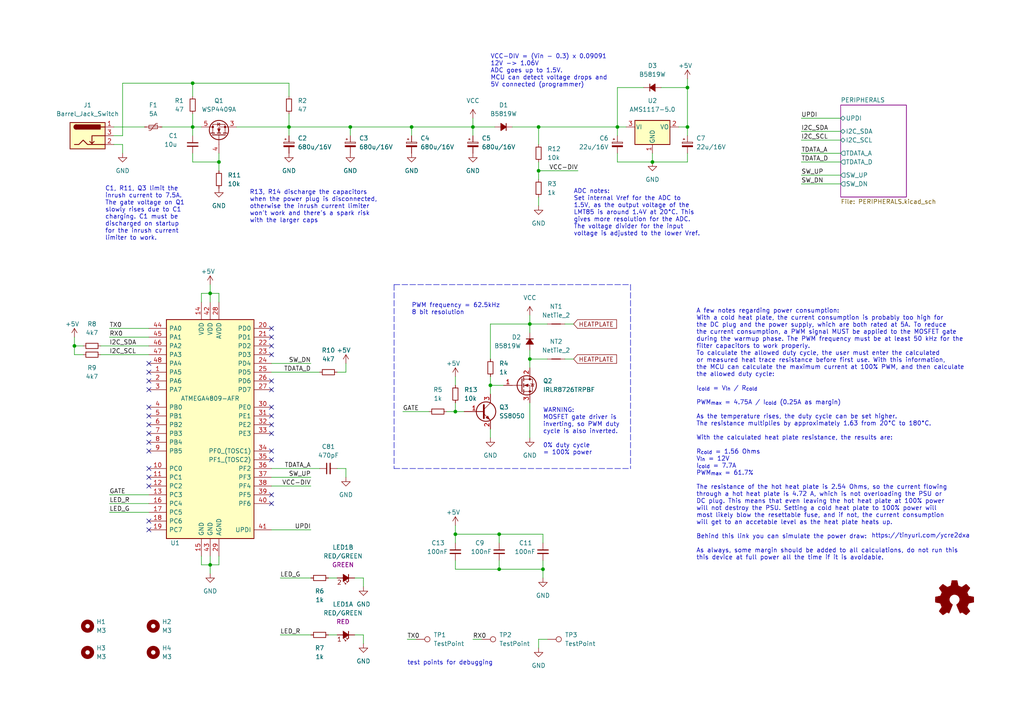
<source format=kicad_sch>
(kicad_sch (version 20211123) (generator eeschema)
  (paper "A4")
  (title_block (title "reflow solder plate") (date "2022-03-18") (rev "0.9"))
  (lib_symbols
    (symbol "ATMEGA4809-AFR:ATMEGA4809-AFR" (pin_names (offset 0.762))
      (property "Reference" "IC2" (at -10.16 -33.02 0))
      (property "Value" "ATMEGA4809-AFR" (at 0 8.89 0))
      (symbol "ATMEGA4809-AFR_0_0"
        (pin passive line (at -17.78 16.51 0) (length 5.08) (name "PA5") (number "1"))
        (pin passive line (at -17.78 -11.43 0) (length 5.08) (name "PC0") (number "10"))
        (pin passive line (at -17.78 -13.97 0) (length 5.08) (name "PC1") (number "11"))
        (pin passive line (at -17.78 -16.51 0) (length 5.08) (name "PC2") (number "12"))
        (pin passive line (at -17.78 -19.05 0) (length 5.08) (name "PC3") (number "13"))
        (pin passive line (at -2.54 36.83 270) (length 5.08) (name "VDD") (number "14"))
        (pin passive line (at -2.54 -36.83 90) (length 5.08) (name "GND") (number "15"))
        (pin passive line (at -17.78 -21.59 0) (length 5.08) (name "PC4") (number "16"))
        (pin passive line (at -17.78 -24.13 0) (length 5.08) (name "PC5") (number "17"))
        (pin passive line (at -17.78 -26.67 0) (length 5.08) (name "PC6") (number "18"))
        (pin passive line (at -17.78 -29.21 0) (length 5.08) (name "PC7") (number "19"))
        (pin passive line (at -17.78 13.97 0) (length 5.08) (name "PA6") (number "2"))
        (pin passive line (at 17.78 29.21 180) (length 5.08) (name "PD0") (number "20"))
        (pin passive line (at 17.78 26.67 180) (length 5.08) (name "PD1") (number "21"))
        (pin passive line (at 17.78 24.13 180) (length 5.08) (name "PD2") (number "22"))
        (pin passive line (at 17.78 21.59 180) (length 5.08) (name "PD3") (number "23"))
        (pin passive line (at 17.78 19.05 180) (length 5.08) (name "PD4") (number "24"))
        (pin passive line (at 17.78 16.51 180) (length 5.08) (name "PD5") (number "25"))
        (pin passive line (at 17.78 13.97 180) (length 5.08) (name "PD6") (number "26"))
        (pin passive line (at 17.78 11.43 180) (length 5.08) (name "PD7") (number "27"))
        (pin passive line (at 2.54 36.83 270) (length 5.08) (name "AVDD") (number "28"))
        (pin passive line (at 2.54 -36.83 90) (length 5.08) (name "AGND") (number "29"))
        (pin passive line (at -17.78 11.43 0) (length 5.08) (name "PA7") (number "3"))
        (pin passive line (at 17.78 6.35 180) (length 5.08) (name "PE0") (number "30"))
        (pin passive line (at 17.78 3.81 180) (length 5.08) (name "PE1") (number "31"))
        (pin passive line (at 17.78 1.27 180) (length 5.08) (name "PE2") (number "32"))
        (pin passive line (at 17.78 -1.27 180) (length 5.08) (name "PE3") (number "33"))
        (pin passive line (at 17.78 -6.35 180) (length 5.08) (name "PF0_(TOSC1)") (number "34"))
        (pin passive line (at 17.78 -8.89 180) (length 5.08) (name "PF1_(TOSC2)") (number "35"))
        (pin passive line (at 17.78 -11.43 180) (length 5.08) (name "PF2") (number "36"))
        (pin passive line (at 17.78 -13.97 180) (length 5.08) (name "PF3") (number "37"))
        (pin passive line (at 17.78 -16.51 180) (length 5.08) (name "PF4") (number "38"))
        (pin passive line (at 17.78 -19.05 180) (length 5.08) (name "PF5") (number "39"))
        (pin passive line (at -17.78 6.35 0) (length 5.08) (name "PB0") (number "4"))
        (pin passive line (at 17.78 -21.59 180) (length 5.08) (name "PF6") (number "40"))
        (pin passive line (at 17.78 -29.21 180) (length 5.08) (name "UPDI") (number "41"))
        (pin passive line (at 0 36.83 270) (length 5.08) (name "VDD") (number "42"))
        (pin passive line (at 0 -36.83 90) (length 5.08) (name "GND") (number "43"))
        (pin passive line (at -17.78 29.21 0) (length 5.08) (name "PA0") (number "44"))
        (pin passive line (at -17.78 26.67 0) (length 5.08) (name "PA1") (number "45"))
        (pin passive line (at -17.78 24.13 0) (length 5.08) (name "PA2") (number "46"))
        (pin passive line (at -17.78 21.59 0) (length 5.08) (name "PA3") (number "47"))
        (pin passive line (at -17.78 19.05 0) (length 5.08) (name "PA4") (number "48"))
        (pin passive line (at -17.78 3.81 0) (length 5.08) (name "PB1") (number "5"))
        (pin passive line (at -17.78 1.27 0) (length 5.08) (name "PB2") (number "6"))
        (pin passive line (at -17.78 -1.27 0) (length 5.08) (name "PB3") (number "7"))
        (pin passive line (at -17.78 -3.81 0) (length 5.08) (name "PB4") (number "8"))
        (pin passive line (at -17.78 -6.35 0) (length 5.08) (name "PB5") (number "9"))
      )
    )
    (symbol "Connector:Barrel_Jack_Switch" (pin_names hide)
      (property "Reference" "J" (at 0 5.334 0))
      (property "Value" "Barrel_Jack_Switch" (at 0 -5.08 0))
      (symbol "Barrel_Jack_Switch_1_1"
        (pin passive line (at 7.62 2.54 180) (length 2.54) (name "~") (number "1"))
        (pin passive line (at 7.62 -2.54 180) (length 2.54) (name "~") (number "2"))
        (pin passive line (at 7.62 0 180) (length 2.54) (name "~") (number "3"))
      )
    )
    (symbol "Connector:TestPoint" (pin_numbers hide) (pin_names (offset 0.762) hide)
      (property "Reference" "TP" (at 0 6.858 0))
      (property "Value" "TestPoint" (at 0 5.08 0))
      (symbol "TestPoint_1_1"
        (pin passive line (at 0 0 90) (length 2.54) (name "1") (number "1"))
      )
    )
    (symbol "Device:C_Polarized_Small" (pin_numbers hide) (pin_names (offset 0.254) hide)
      (property "Reference" "C" (at 0.254 1.778 0))
      (property "Value" "C_Polarized_Small" (at 0.254 -2.032 0))
      (symbol "C_Polarized_Small_1_1"
        (pin passive line (at 0 2.54 270) (length 1.8542) (name "~") (number "1"))
        (pin passive line (at 0 -2.54 90) (length 1.8542) (name "~") (number "2"))
      )
    )
    (symbol "Device:C_Small" (pin_numbers hide) (pin_names (offset 0.254) hide)
      (property "Reference" "C" (at 0.254 1.778 0))
      (property "Value" "C_Small" (at 0.254 -2.032 0))
      (symbol "C_Small_1_1"
        (pin passive line (at 0 2.54 270) (length 2.032) (name "~") (number "1"))
        (pin passive line (at 0 -2.54 90) (length 2.032) (name "~") (number "2"))
      )
    )
    (symbol "Device:D_Small_Filled" (pin_numbers hide) (pin_names (offset 0.254) hide)
      (property "Reference" "D" (at -1.27 2.032 0))
      (property "Value" "D_Small_Filled" (at -3.81 -2.032 0))
      (symbol "D_Small_Filled_1_1"
        (pin passive line (at -2.54 0 0) (length 1.778) (name "K") (number "1"))
        (pin passive line (at 2.54 0 180) (length 1.778) (name "A") (number "2"))
      )
    )
    (symbol "Device:NetTie_2" (pin_numbers hide) (pin_names (offset 0) hide)
      (property "Reference" "NT" (at 0 1.27 0))
      (property "Value" "NetTie_2" (at 0 -1.27 0))
      (symbol "NetTie_2_1_1"
        (pin passive line (at -2.54 0 0) (length 2.54) (name "1") (number "1"))
        (pin passive line (at 2.54 0 180) (length 2.54) (name "2") (number "2"))
      )
    )
    (symbol "Device:Polyfuse_Small" (pin_numbers hide) (pin_names (offset 0))
      (property "Reference" "F" (at -1.905 0 90))
      (property "Value" "Polyfuse_Small" (at 1.905 0 90))
      (symbol "Polyfuse_Small_1_1"
        (pin passive line (at 0 2.54 270) (length 0.635) (name "~") (number "1"))
        (pin passive line (at 0 -2.54 90) (length 0.635) (name "~") (number "2"))
      )
    )
    (symbol "Device:Q_NMOS_GDS" (pin_names (offset 0) hide)
      (property "Reference" "Q" (at 5.08 1.27 0))
      (property "Value" "Q_NMOS_GDS" (at 5.08 -1.27 0))
      (symbol "Q_NMOS_GDS_1_1"
        (pin input line (at -5.08 0 0) (length 2.54) (name "G") (number "1"))
        (pin passive line (at 2.54 5.08 270) (length 2.54) (name "D") (number "2"))
        (pin passive line (at 2.54 -5.08 90) (length 2.54) (name "S") (number "3"))
      )
    )
    (symbol "Device:Q_NPN_BEC" (pin_names (offset 0) hide)
      (property "Reference" "Q" (at 5.08 1.27 0))
      (property "Value" "Q_NPN_BEC" (at 5.08 -1.27 0))
      (symbol "Q_NPN_BEC_1_1"
        (pin input line (at -5.08 0 0) (length 5.715) (name "B") (number "1"))
        (pin passive line (at 2.54 -5.08 90) (length 2.54) (name "E") (number "2"))
        (pin passive line (at 2.54 5.08 270) (length 2.54) (name "C") (number "3"))
      )
    )
    (symbol "Device:R_Small" (pin_numbers hide) (pin_names (offset 0.254) hide)
      (property "Reference" "R" (at 0.762 0.508 0))
      (property "Value" "R_Small" (at 0.762 -1.016 0))
      (symbol "R_Small_1_1"
        (pin passive line (at 0 2.54 270) (length 0.762) (name "~") (number "1"))
        (pin passive line (at 0 -2.54 90) (length 0.762) (name "~") (number "2"))
      )
    )
    (symbol "Graphic:Logo_Open_Hardware_Small" (pin_names (offset 1.016)))
    (symbol "LED_Dual_AKAK_Split_Small_Filled_1" (pin_numbers hide) (pin_names (offset 0.254) hide)
      (property "Reference" "LED?" (at 0.0635 6.35 0))
      (property "Value" "LED_Dual_AKAK_Split_Small_Filled_1" (at 0.0635 3.81 0))
      (symbol "LED_Dual_AKAK_Split_Small_Filled_1_1_1"
        (text "1" (at 1.905 1.27 0) (effects (font (size 1.27 1.27))))
        (pin passive line (at 2.54 0 180) (length 1.778) (name "A1") (number "1"))
        (pin passive line (at -2.54 0 0) (length 1.778) (name "K1") (number "2"))
      )
      (symbol "LED_Dual_AKAK_Split_Small_Filled_1_2_1"
        (text "2" (at 1.905 1.27 0) (effects (font (size 1.27 1.27))))
        (pin passive line (at 2.54 0 180) (length 1.778) (name "A2") (number "3"))
        (pin passive line (at -2.54 0 0) (length 1.778) (name "K2") (number "4"))
      )
    )
    (symbol "Mechanical:MountingHole" (pin_names (offset 1.016))
      (property "Reference" "H" (at 0 5.08 0))
      (property "Value" "MountingHole" (at 0 3.175 0))
    )
    (symbol "Regulator_Linear:AMS1117-5.0" (pin_names (offset 0.254))
      (property "Reference" "U" (at -3.81 3.175 0))
      (property "Value" "AMS1117-5.0" (at 0 3.175 0))
      (symbol "AMS1117-5.0_1_1"
        (pin power_in line (at 0 -7.62 90) (length 2.54) (name "GND") (number "1"))
        (pin power_out line (at 7.62 0 180) (length 2.54) (name "VO") (number "2"))
        (pin power_in line (at -7.62 0 0) (length 2.54) (name "VI") (number "3"))
      )
    )
    (symbol "User:LED_Dual_AKAK_Split_Small_Filled" (pin_numbers hide) (pin_names (offset 0.254) hide)
      (property "Reference" "LED?" (at 0.0635 6.35 0))
      (property "Value" "LED_Dual_AKAK_Split_Small_Filled" (at 0.0635 3.81 0))
      (symbol "LED_Dual_AKAK_Split_Small_Filled_1_1"
        (text "1" (at 1.905 1.27 0) (effects (font (size 1.27 1.27))))
        (pin passive line (at 2.54 0 180) (length 1.778) (name "A1") (number "1"))
        (pin passive line (at -2.54 0 0) (length 1.778) (name "K1") (number "2"))
      )
      (symbol "LED_Dual_AKAK_Split_Small_Filled_2_1"
        (text "2" (at 1.905 1.27 0) (effects (font (size 1.27 1.27))))
        (pin passive line (at 2.54 0 180) (length 1.778) (name "A2") (number "3"))
        (pin passive line (at -2.54 0 0) (length 1.778) (name "K2") (number "4"))
      )
    )
    (symbol "User:Q_NMOS_SSSGDDDD" (pin_names (offset 0) hide)
      (property "Reference" "Q" (at 5.08 1.27 0))
      (property "Value" "Q_NMOS_SSSGDDDD" (at 5.08 -1.27 0))
      (symbol "Q_NMOS_SSSGDDDD_1_1"
        (pin passive line (at 2.54 -5.08 90) (length 2.54) hide (name "S") (number "1"))
        (pin passive line (at 2.54 -5.08 90) (length 2.54) hide (name "S") (number "2"))
        (pin passive line (at 2.54 -5.08 90) (length 2.54) (name "S") (number "3"))
        (pin input line (at -5.08 0 0) (length 2.54) (name "G") (number "4"))
        (pin passive line (at 2.54 5.08 270) (length 2.54) (name "D") (number "5"))
        (pin passive line (at 2.54 5.08 270) (length 2.54) hide (name "D") (number "6"))
        (pin passive line (at 2.54 5.08 270) (length 2.54) hide (name "D") (number "7"))
        (pin passive line (at 2.54 5.08 270) (length 2.54) hide (name "D") (number "8"))
      )
    )
    (symbol "power:+5V" (power) (pin_names (offset 0))
      (property "Value" "+5V" (at 0 3.556 0))
      (symbol "+5V_1_1"
        (pin power_in line (at 0 0 90) (length 0) hide (name "+5V") (number "1"))
      )
    )
    (symbol "power:GND" (power) (pin_names (offset 0))
      (property "Value" "GND" (at 0 -3.81 0))
      (symbol "GND_1_1"
        (pin power_in line (at 0 0 270) (length 0) hide (name "GND") (number "1"))
      )
    )
    (symbol "power:VCC" (power) (pin_names (offset 0))
      (property "Value" "VCC" (at 0 3.81 0))
      (symbol "VCC_1_1"
        (pin power_in line (at 0 0 90) (length 0) hide (name "VCC") (number "1"))
      )
    )
  )
  (junction (at 60.96 163.83))
  (junction (at 179.07 36.83))
  (junction (at 83.82 36.83))
  (junction (at 21.59 100.33))
  (junction (at 55.88 36.83))
  (junction (at 132.08 154.94))
  (junction (at 199.39 36.83))
  (junction (at 189.23 46.99))
  (junction (at 101.6 36.83))
  (junction (at 132.08 119.38))
  (junction (at 144.78 165.1))
  (junction (at 157.48 165.1))
  (junction (at 119.38 36.83))
  (junction (at 63.5 46.99))
  (junction (at 137.16 36.83))
  (junction (at 144.78 154.94))
  (junction (at 199.39 25.4))
  (junction (at 156.21 49.53))
  (junction (at 153.67 104.14))
  (junction (at 55.88 24.13))
  (junction (at 153.67 93.98))
  (junction (at 60.96 85.09))
  (junction (at 142.24 111.76))
  (junction (at 156.21 36.83))
  (no_connect (at 78.74 113.03))
  (no_connect (at 78.74 110.49))
  (no_connect (at 78.74 102.87))
  (no_connect (at 78.74 118.11))
  (no_connect (at 78.74 130.81))
  (no_connect (at 78.74 133.35))
  (no_connect (at 78.74 125.73))
  (no_connect (at 78.74 123.19))
  (no_connect (at 78.74 120.65))
  (no_connect (at 43.18 130.81))
  (no_connect (at 43.18 135.89))
  (no_connect (at 43.18 138.43))
  (no_connect (at 43.18 140.97))
  (no_connect (at 78.74 100.33))
  (no_connect (at 78.74 97.79))
  (no_connect (at 78.74 95.25))
  (no_connect (at 43.18 151.13))
  (no_connect (at 43.18 153.67))
  (no_connect (at 78.74 146.05))
  (no_connect (at 78.74 143.51))
  (no_connect (at 43.18 105.41))
  (no_connect (at 43.18 107.95))
  (no_connect (at 43.18 113.03))
  (no_connect (at 43.18 110.49))
  (no_connect (at 43.18 118.11))
  (no_connect (at 43.18 120.65))
  (no_connect (at 43.18 123.19))
  (no_connect (at 43.18 125.73))
  (no_connect (at 43.18 128.27))
  (wire (pts (xy 232.41 40.64) (xy 243.84 40.64)))
  (wire (pts (xy 157.48 157.48) (xy 157.48 154.94)))
  (wire (pts (xy 63.5 44.45) (xy 63.5 46.99)))
  (wire (pts (xy 60.96 85.09) (xy 58.42 85.09)))
  (wire (pts (xy 55.88 24.13) (xy 55.88 27.94)))
  (wire (pts (xy 97.79 135.89) (xy 100.33 135.89)))
  (wire (pts (xy 55.88 44.45) (xy 55.88 46.99)))
  (wire (pts (xy 158.75 185.42) (xy 156.21 185.42)))
  (wire (pts (xy 199.39 46.99) (xy 199.39 44.45)))
  (wire (pts (xy 153.67 93.98) (xy 158.75 93.98)))
  (polyline (pts (xy 114.3 82.55) (xy 114.3 135.89)))
  (wire (pts (xy 78.74 140.97) (xy 90.17 140.97)))
  (wire (pts (xy 119.38 36.83) (xy 101.6 36.83)))
  (wire (pts (xy 148.59 36.83) (xy 156.21 36.83)))
  (wire (pts (xy 58.42 36.83) (xy 55.88 36.83)))
  (wire (pts (xy 142.24 104.14) (xy 142.24 93.98)))
  (wire (pts (xy 31.75 95.25) (xy 43.18 95.25)))
  (wire (pts (xy 179.07 44.45) (xy 179.07 46.99)))
  (wire (pts (xy 63.5 163.83) (xy 63.5 161.29)))
  (wire (pts (xy 46.99 36.83) (xy 55.88 36.83)))
  (wire (pts (xy 157.48 165.1) (xy 157.48 162.56)))
  (wire (pts (xy 189.23 46.99) (xy 199.39 46.99)))
  (wire (pts (xy 199.39 39.37) (xy 199.39 36.83)))
  (wire (pts (xy 153.67 104.14) (xy 153.67 106.68)))
  (wire (pts (xy 43.18 143.51) (xy 31.75 143.51)))
  (wire (pts (xy 95.25 167.64) (xy 97.79 167.64)))
  (wire (pts (xy 83.82 33.02) (xy 83.82 36.83)))
  (polyline (pts (xy 114.3 135.89) (xy 182.88 135.89)))
  (wire (pts (xy 132.08 116.84) (xy 132.08 119.38)))
  (wire (pts (xy 60.96 161.29) (xy 60.96 163.83)))
  (wire (pts (xy 63.5 46.99) (xy 63.5 49.53)))
  (wire (pts (xy 90.17 105.41) (xy 78.74 105.41)))
  (wire (pts (xy 55.88 33.02) (xy 55.88 36.83)))
  (wire (pts (xy 33.02 36.83) (xy 41.91 36.83)))
  (wire (pts (xy 83.82 36.83) (xy 101.6 36.83)))
  (wire (pts (xy 199.39 36.83) (xy 196.85 36.83)))
  (wire (pts (xy 105.41 167.64) (xy 102.87 167.64)))
  (wire (pts (xy 142.24 109.22) (xy 142.24 111.76)))
  (wire (pts (xy 142.24 93.98) (xy 153.67 93.98)))
  (wire (pts (xy 29.21 100.33) (xy 43.18 100.33)))
  (wire (pts (xy 95.25 184.15) (xy 97.79 184.15)))
  (wire (pts (xy 232.41 46.99) (xy 243.84 46.99)))
  (wire (pts (xy 163.83 93.98) (xy 166.37 93.98)))
  (wire (pts (xy 100.33 135.89) (xy 100.33 138.43)))
  (wire (pts (xy 105.41 170.18) (xy 105.41 167.64)))
  (wire (pts (xy 132.08 152.4) (xy 132.08 154.94)))
  (wire (pts (xy 58.42 161.29) (xy 58.42 163.83)))
  (wire (pts (xy 142.24 111.76) (xy 142.24 114.3)))
  (wire (pts (xy 232.41 50.8) (xy 243.84 50.8)))
  (wire (pts (xy 166.37 104.14) (xy 163.83 104.14)))
  (wire (pts (xy 179.07 25.4) (xy 179.07 36.83)))
  (wire (pts (xy 81.28 167.64) (xy 90.17 167.64)))
  (wire (pts (xy 153.67 101.6) (xy 153.67 104.14)))
  (wire (pts (xy 97.79 107.95) (xy 100.33 107.95)))
  (wire (pts (xy 100.33 105.41) (xy 100.33 107.95)))
  (wire (pts (xy 144.78 154.94) (xy 132.08 154.94)))
  (polyline (pts (xy 182.88 82.55) (xy 182.88 135.89)))
  (wire (pts (xy 29.21 102.87) (xy 43.18 102.87)))
  (wire (pts (xy 118.11 185.42) (xy 120.65 185.42)))
  (wire (pts (xy 132.08 119.38) (xy 134.62 119.38)))
  (wire (pts (xy 101.6 36.83) (xy 101.6 39.37)))
  (wire (pts (xy 232.41 38.1) (xy 243.84 38.1)))
  (wire (pts (xy 181.61 36.83) (xy 179.07 36.83)))
  (wire (pts (xy 68.58 36.83) (xy 83.82 36.83)))
  (wire (pts (xy 60.96 166.37) (xy 60.96 163.83)))
  (wire (pts (xy 142.24 124.46) (xy 142.24 127)))
  (wire (pts (xy 55.88 24.13) (xy 83.82 24.13)))
  (wire (pts (xy 142.24 111.76) (xy 146.05 111.76)))
  (wire (pts (xy 31.75 148.59) (xy 43.18 148.59)))
  (wire (pts (xy 21.59 100.33) (xy 21.59 102.87)))
  (wire (pts (xy 35.56 41.91) (xy 35.56 44.45)))
  (wire (pts (xy 60.96 85.09) (xy 60.96 87.63)))
  (wire (pts (xy 153.67 93.98) (xy 153.67 96.52)))
  (wire (pts (xy 78.74 135.89) (xy 92.71 135.89)))
  (wire (pts (xy 191.77 25.4) (xy 199.39 25.4)))
  (wire (pts (xy 83.82 36.83) (xy 83.82 39.37)))
  (wire (pts (xy 105.41 184.15) (xy 105.41 186.69)))
  (wire (pts (xy 21.59 97.79) (xy 21.59 100.33)))
  (wire (pts (xy 156.21 46.99) (xy 156.21 49.53)))
  (wire (pts (xy 35.56 24.13) (xy 35.56 39.37)))
  (wire (pts (xy 129.54 119.38) (xy 132.08 119.38)))
  (wire (pts (xy 119.38 36.83) (xy 119.38 39.37)))
  (wire (pts (xy 132.08 109.22) (xy 132.08 111.76)))
  (wire (pts (xy 189.23 44.45) (xy 189.23 46.99)))
  (wire (pts (xy 60.96 82.55) (xy 60.96 85.09)))
  (wire (pts (xy 63.5 87.63) (xy 63.5 85.09)))
  (wire (pts (xy 116.84 119.38) (xy 124.46 119.38)))
  (wire (pts (xy 156.21 36.83) (xy 179.07 36.83)))
  (wire (pts (xy 199.39 22.86) (xy 199.39 25.4)))
  (wire (pts (xy 137.16 34.29) (xy 137.16 36.83)))
  (wire (pts (xy 78.74 153.67) (xy 90.17 153.67)))
  (wire (pts (xy 153.67 91.44) (xy 153.67 93.98)))
  (wire (pts (xy 153.67 104.14) (xy 158.75 104.14)))
  (wire (pts (xy 137.16 185.42) (xy 139.7 185.42)))
  (wire (pts (xy 156.21 36.83) (xy 156.21 41.91)))
  (wire (pts (xy 232.41 44.45) (xy 243.84 44.45)))
  (wire (pts (xy 63.5 85.09) (xy 60.96 85.09)))
  (wire (pts (xy 132.08 162.56) (xy 132.08 165.1)))
  (wire (pts (xy 157.48 167.64) (xy 157.48 165.1)))
  (wire (pts (xy 90.17 138.43) (xy 78.74 138.43)))
  (wire (pts (xy 31.75 146.05) (xy 43.18 146.05)))
  (wire (pts (xy 179.07 46.99) (xy 189.23 46.99)))
  (wire (pts (xy 144.78 154.94) (xy 144.78 157.48)))
  (wire (pts (xy 132.08 165.1) (xy 144.78 165.1)))
  (wire (pts (xy 199.39 25.4) (xy 199.39 36.83)))
  (wire (pts (xy 83.82 24.13) (xy 83.82 27.94)))
  (wire (pts (xy 33.02 41.91) (xy 35.56 41.91)))
  (wire (pts (xy 21.59 100.33) (xy 24.13 100.33)))
  (wire (pts (xy 156.21 59.69) (xy 156.21 57.15)))
  (wire (pts (xy 156.21 49.53) (xy 156.21 52.07)))
  (wire (pts (xy 156.21 185.42) (xy 156.21 187.96)))
  (wire (pts (xy 33.02 39.37) (xy 35.56 39.37)))
  (wire (pts (xy 60.96 163.83) (xy 63.5 163.83)))
  (wire (pts (xy 137.16 36.83) (xy 143.51 36.83)))
  (wire (pts (xy 243.84 34.29) (xy 232.41 34.29)))
  (wire (pts (xy 186.69 25.4) (xy 179.07 25.4)))
  (wire (pts (xy 144.78 162.56) (xy 144.78 165.1)))
  (wire (pts (xy 102.87 184.15) (xy 105.41 184.15)))
  (wire (pts (xy 78.74 107.95) (xy 92.71 107.95)))
  (wire (pts (xy 179.07 36.83) (xy 179.07 39.37)))
  (wire (pts (xy 137.16 36.83) (xy 137.16 39.37)))
  (wire (pts (xy 35.56 24.13) (xy 55.88 24.13)))
  (wire (pts (xy 144.78 165.1) (xy 157.48 165.1)))
  (wire (pts (xy 81.28 184.15) (xy 90.17 184.15)))
  (wire (pts (xy 58.42 85.09) (xy 58.42 87.63)))
  (wire (pts (xy 31.75 97.79) (xy 43.18 97.79)))
  (wire (pts (xy 153.67 116.84) (xy 153.67 127)))
  (wire (pts (xy 24.13 102.87) (xy 21.59 102.87)))
  (wire (pts (xy 55.88 46.99) (xy 63.5 46.99)))
  (wire (pts (xy 156.21 49.53) (xy 167.64 49.53)))
  (wire (pts (xy 58.42 163.83) (xy 60.96 163.83)))
  (polyline (pts (xy 114.3 82.55) (xy 182.88 82.55)))
  (wire (pts (xy 232.41 53.34) (xy 243.84 53.34)))
  (wire (pts (xy 157.48 154.94) (xy 144.78 154.94)))
  (wire (pts (xy 137.16 36.83) (xy 119.38 36.83)))
  (wire (pts (xy 55.88 36.83) (xy 55.88 39.37)))
  (wire (pts (xy 132.08 154.94) (xy 132.08 157.48)))
  (text "C1, R11, Q3 limit the \ninrush current to 7.5A.\nThe gate voltage on Q1\nslowly rises due to C1\ncharging. C1 must be\ndischarged on startup\nfor the inrush current\nlimiter to work." (at 30.48 69.85 0) (effects (font (size 1.27 1.27)) (justify left bottom)))
  (text "VCC-DIV = (Vin - 0.3) x 0.09091\n12V -> 1.06V\nADC goes up to 1.5V.\nMCU can detect voltage drops and\n5V connected (programmer)\n" (at 142.24 25.4 0) (effects (font (size 1.27 1.27)) (justify left bottom)))
  (text "PWM frequency = 62.5kHz\n8 bit resolution" (at 119.38 91.44 0) (effects (font (size 1.27 1.27)) (justify left bottom)))
  (text "A few notes regarding power consumption:\nWith a cold heat plate, the current consumption is probably too high for\nthe DC plug and the power supply, which are both rated at 5A. To reduce\nthe current consumption, a PWM signal MUST be applied to the MOSFET gate\nduring the warmup phase. The PWM frequency must be at least 50 kHz for the\nfilter capacitors to work properly.\nTo calculate the allowed duty cycle, the user must enter the calculated \nor measured heat trace resistance before first use. With this information,\nthe MCU can calculate the maximum current at 100% PWM, and then calculate\nthe allowed duty cycle:\n\nI_{cold} = V_{in} / R_{cold}\n\nPWM_{max} = 4.75A / I_{cold} (0.25A as margin)\n\nAs the temperature rises, the duty cycle can be set higher.\nThe resistance multiplies by approximately 1.63 from 20°C to 180°C.\n\nWith the calculated heat plate resistance, the results are:\n\nR_{cold} = 1.56 Ohms\nV_{in} = 12V\nI_{cold} = 7.7A\nPWM_{max} = 61.7%\n\nThe resistance of the hot heat plate is 2.54 Ohms, so the current flowing \nthrough a hot heat plate is 4.72 A, which is not overloading the PSU or \nDC plug. This means that even leaving the hot heat plate at 100% power \nwill not destroy the PSU. Setting a cold heat plate to 100% power will\nmost likely blow the resettable fuse, and if not, the current consumption\nwill get to an accetable level as the heat plate heats up.\n\nBehind this link you can simulate the power draw: \n\nAs always, some margin should be added to all calculations, do not run this\nthis device at full power all the time if it is avoidable." (at 201.93 162.56 0) (effects (font (size 1.27 1.27)) (justify left bottom)))
  (text "WARNING:\nMOSFET gate driver is \ninverting, so PWM duty \ncycle is also inverted.\n\n0% duty cycle \n= 100% power" (at 157.48 132.08 0) (effects (font (size 1.27 1.27)) (justify left bottom)))
  (text "R13, R14 discharge the capacitors\nwhen the power plug is disconnected,\notherwise the inrush current limiter\nwon't work and there's a spark risk\nwith the larger caps" (at 72.39 64.77 0) (effects (font (size 1.27 1.27)) (justify left bottom)))
  (text "https://tinyurl.com/ycre2dxa" (at 252.73 156.21 0) (effects (font (size 1.27 1.27)) (justify left bottom)))
  (text "test points for debugging" (at 118.11 193.04 0) (effects (font (size 1.27 1.27)) (justify left bottom)))
  (text "ADC notes:\nSet internal Vref for the ADC to \n1.5V, as the output voltage of the \nLMT85 is around 1.4V at 20°C. This \ngives more resolution for the ADC.\nThe voltage divider for the input \nvoltage is adjusted to the lower Vref." (at 166.37 68.58 0) (effects (font (size 1.27 1.27)) (justify left bottom)))
  (label "GATE" (at 116.84 119.38 0))
  (label "SW_DN" (at 232.41 53.34 0))
  (label "SW_UP" (at 90.17 138.43 180))
  (label "I2C_SCL" (at 232.41 40.64 0))
  (label "LED_G" (at 31.75 148.59 0))
  (label "TX0" (at 118.11 185.42 0))
  (label "VCC-DIV" (at 90.17 140.97 180))
  (label "TDATA_D" (at 90.17 107.95 180))
  (label "RX0" (at 137.16 185.42 0))
  (label "TX0" (at 31.75 95.25 0))
  (label "LED_G" (at 81.28 167.64 0))
  (label "UPDI" (at 232.41 34.29 0))
  (label "LED_R" (at 81.28 184.15 0))
  (label "LED_R" (at 31.75 146.05 0))
  (label "TDATA_A" (at 232.41 44.45 0))
  (label "VCC-DIV" (at 167.64 49.53 180))
  (label "TDATA_A" (at 90.17 135.89 180))
  (label "GATE" (at 31.75 143.51 0))
  (label "I2C_SDA" (at 31.75 100.33 0))
  (label "RX0" (at 31.75 97.79 0))
  (label "I2C_SDA" (at 232.41 38.1 0))
  (label "I2C_SCL" (at 31.75 102.87 0))
  (label "UPDI" (at 90.17 153.67 180))
  (label "TDATA_D" (at 232.41 46.99 0))
  (label "SW_UP" (at 232.41 50.8 0))
  (label "SW_DN" (at 90.17 105.41 180))
  (global_label "HEATPLATE" (shape input) (at 166.37 93.98 0) (property "Intersheet References" "${INTERSHEET_REFS}" (effects hide)))
  (global_label "HEATPLATE" (shape input) (at 166.37 104.14 0) (property "Intersheet References" "${INTERSHEET_REFS}" (effects hide)))
  (symbol (lib_id "power:GND") (at 105.41 170.18 0) (unit 1)
    (property "Reference" "#PWR0138" (effects hide))
    (property "Value" "GND" (at 105.41 175.26 0))
  )
  (symbol (lib_id "power:VCC") (at 153.67 91.44 0) (unit 1)
    (property "Reference" "#PWR0129" (effects hide))
    (property "Value" "VCC" (at 153.67 86.36 0))
  )
  (symbol (lib_id "Device:R_Small") (at 55.88 30.48 0) (unit 1)
    (property "Reference" "R1" (at 53.34 29.2099 0) (effects (justify right)))
    (property "Value" "47" (at 53.34 31.7499 0) (effects (justify right)))
    (property "Footprint" "Resistor_SMD:R_0805_2012Metric" (effects hide))
    (property "LCSC Part Number" "C17714" (effects hide))
    (property "LCSC Part Number Alternative" "C114541" (effects hide))
  )
  (symbol (lib_id "Mechanical:MountingHole") (at 44.45 189.23 0) (unit 1)
    (property "Reference" "H4" (at 46.99 187.9599 0) (effects (justify left)))
    (property "Value" "M3" (at 46.99 190.4999 0) (effects (justify left)))
    (property "Footprint" "MountingHole:MountingHole_3.2mm_M3" (effects hide))
    (property "Information" "buy M3 studs with 15mm length elsewhere" (effects hide))
  )
  (symbol (lib_id "Device:C_Small") (at 132.08 160.02 0) (unit 1)
    (property "Reference" "C13" (at 125.095 157.48 0) (effects (justify left)))
    (property "Value" "100nF" (at 123.825 160.02 0) (effects (justify left)))
    (property "Footprint" "Capacitor_SMD:C_0805_2012Metric" (effects hide))
    (property "Information" "X7R" (effects hide))
    (property "LCSC Part Number" "C1711" (effects hide))
    (property "LCSC Part Number Alternative" "C49678" (effects hide))
  )
  (symbol (lib_id "power:GND") (at 83.82 44.45 0) (unit 1)
    (property "Reference" "#PWR0105" (effects hide))
    (property "Value" "GND" (at 83.82 49.53 0))
  )
  (symbol (lib_id "Device:R_Small") (at 95.25 107.95 90) (unit 1)
    (property "Reference" "R10" (at 95.25 101.6 90))
    (property "Value" "4k7" (at 95.25 104.14 90))
    (property "Footprint" "Resistor_SMD:R_0805_2012Metric" (effects hide))
    (property "LCSC Part Number" "C17673" (effects hide))
    (property "LCSC Part Number Alternative" "C105427" (effects hide))
  )
  (symbol (lib_id "power:GND") (at 105.41 186.69 0) (unit 1)
    (property "Reference" "#PWR0137" (effects hide))
    (property "Value" "GND" (at 105.41 191.77 0))
  )
  (symbol (lib_id "power:GND") (at 137.16 44.45 0) (unit 1)
    (property "Reference" "#PWR0108" (effects hide))
    (property "Value" "GND" (at 137.16 49.53 0))
  )
  (symbol (lib_id "Device:C_Small") (at 55.88 41.91 0) (unit 1)
    (property "Reference" "C1" (at 48.895 39.37 0) (effects (justify left)))
    (property "Value" "10u" (at 47.625 41.91 0) (effects (justify left)))
    (property "Footprint" "Capacitor_SMD:C_0805_2012Metric" (effects hide))
    (property "Information" "X5R or higher" (effects hide))
    (property "LCSC Part Number" "C2922480" (effects hide))
    (property "LCSC Part Number Alternative" "C84416" (effects hide))
  )
  (symbol (lib_id "power:GND") (at 156.21 59.69 0) (unit 1)
    (property "Reference" "#PWR0110" (effects hide))
    (property "Value" "GND" (at 156.21 64.77 0))
  )
  (symbol (lib_id "Device:C_Polarized_Small") (at 119.38 41.91 0) (unit 1)
    (property "Reference" "C4" (at 121.92 40.0938 0) (effects (justify left)))
    (property "Value" "680u/16V" (at 121.92 42.6338 0) (effects (justify left)))
    (property "Footprint" "Capacitor_THT:CP_Radial_D8.0mm_P3.50mm" (effects hide))
    (property "Information" "ripple current > 1A" (effects hide))
    (property "LCSC Part Number" "C88760" (effects hide))
    (property "LCSC Part Number Alternative" "C124221" (effects hide))
  )
  (symbol (lib_name "LED_Dual_AKAK_Split_Small_Filled_1") (lib_id "User:LED_Dual_AKAK_Split_Small_Filled") (at 100.33 167.64 180) (unit 2)
    (property "Reference" "LED1" (at 99.4799 158.75 0))
    (property "Value" "RED/GREEN" (at 99.4799 161.29 0))
    (property "Footprint" "LED_SMD:LED_Avago_PLCC4_3.2x2.8mm_CW" (effects hide))
    (property "COLOR" "GREEN" (at 99.4799 163.83 0))
    (property "LCSC Part Number" "C131251" (effects hide))
    (property "LCSC Part Number Alternative" "C601677" (effects hide))
  )
  (symbol (lib_id "User:Q_NMOS_SSSGDDDD") (at 63.5 39.37 90) (unit 1)
    (property "Reference" "Q1" (at 63.5 29.21 90))
    (property "Value" "WSP4409A" (at 63.5 31.75 90))
    (property "Footprint" "Package_SO:SOIC-8_3.9x4.9mm_P1.27mm" (effects hide))
    (property "Information" "30V, 15A, Rds(on) < 10mOhms" (effects hide))
    (property "LCSC Part Number" "C2880527" (effects hide))
    (property "LCSC Part Number Alternative" "C54807" (effects hide))
  )
  (symbol (lib_id "Device:R_Small") (at 156.21 44.45 0) (unit 1)
    (property "Reference" "R12" (at 158.75 43.1799 0) (effects (justify left)))
    (property "Value" "10k" (at 158.75 45.7199 0) (effects (justify left)))
    (property "Footprint" "Resistor_SMD:R_0805_2012Metric" (effects hide))
    (property "Information" "1%" (effects hide))
    (property "LCSC Part Number" "C17414" (effects hide))
    (property "LCSC Part Number Alternative" "C84376" (effects hide))
  )
  (symbol (lib_id "power:GND") (at 100.33 138.43 0) (unit 1)
    (property "Reference" "#PWR0135" (effects hide))
    (property "Value" "GND" (at 100.33 143.51 0))
  )
  (symbol (lib_id "Device:R_Small") (at 92.71 184.15 90) (unit 1)
    (property "Reference" "R7" (at 92.71 187.96 90))
    (property "Value" "1k" (at 92.71 190.5 90))
    (property "Footprint" "Resistor_SMD:R_0805_2012Metric" (effects hide))
    (property "Information" "1%" (effects hide))
    (property "LCSC Part Number" "C17513" (effects hide))
    (property "LCSC Part Number Alternative" "C95781" (effects hide))
  )
  (symbol (lib_id "Device:C_Polarized_Small") (at 137.16 41.91 0) (unit 1)
    (property "Reference" "C5" (at 139.7 40.0938 0) (effects (justify left)))
    (property "Value" "680u/16V" (at 139.7 42.6338 0) (effects (justify left)))
    (property "Footprint" "Capacitor_THT:CP_Radial_D8.0mm_P3.50mm" (effects hide))
    (property "Information" "ripple current > 1A" (effects hide))
    (property "LCSC Part Number" "C88760" (effects hide))
    (property "LCSC Part Number Alternative" "C124221" (effects hide))
  )
  (symbol (lib_id "Device:R_Small") (at 92.71 167.64 90) (unit 1)
    (property "Reference" "R6" (at 92.71 171.45 90))
    (property "Value" "1k" (at 92.71 173.99 90))
    (property "Footprint" "Resistor_SMD:R_0805_2012Metric" (effects hide))
    (property "Information" "1%" (effects hide))
    (property "LCSC Part Number" "C17513" (effects hide))
    (property "LCSC Part Number Alternative" "C95781" (effects hide))
  )
  (symbol (lib_id "power:GND") (at 35.56 44.45 0) (unit 1)
    (property "Reference" "#PWR0103" (effects hide))
    (property "Value" "GND" (at 35.56 49.53 0))
  )
  (symbol (lib_id "power:+5V") (at 100.33 105.41 0) (unit 1)
    (property "Reference" "#PWR0120" (effects hide))
    (property "Value" "+5V" (at 99.695 101.6 0))
  )
  (symbol (lib_id "Device:C_Polarized_Small") (at 179.07 41.91 0) (unit 1)
    (property "Reference" "C6" (at 176.53 40.0938 0) (effects (justify right)))
    (property "Value" "22u/16V" (at 176.53 42.6338 0) (effects (justify right)))
    (property "Footprint" "Capacitor_SMD:CP_Elec_4x5.4" (effects hide))
    (property "Information" "ESR > 0.3 ohms" (effects hide))
    (property "LCSC Part Number" "C88799" (effects hide))
    (property "LCSC Part Number Alternative" "C59942" (effects hide))
  )
  (symbol (lib_id "Device:D_Small_Filled") (at 153.67 99.06 270) (unit 1)
    (property "Reference" "D2" (at 151.13 97.7899 90) (effects (justify right)))
    (property "Value" "B5819W" (at 151.13 100.3299 90) (effects (justify right)))
    (property "Footprint" "Diode_SMD:D_SOD-123" (effects hide))
    (property "LCSC Part Number" "C64885" (effects hide))
    (property "LCSC Part Number Alternative" "C109213" (effects hide))
  )
  (symbol (lib_id "Device:R_Small") (at 127 119.38 90) (unit 1)
    (property "Reference" "R5" (at 127 113.03 90))
    (property "Value" "1k" (at 127 115.57 90))
    (property "Footprint" "Resistor_SMD:R_0805_2012Metric" (effects hide))
    (property "Information" "1%" (effects hide))
    (property "LCSC Part Number" "C17513" (effects hide))
    (property "LCSC Part Number Alternative" "C95781" (effects hide))
  )
  (symbol (lib_id "power:GND") (at 101.6 44.45 0) (unit 1)
    (property "Reference" "#PWR0106" (effects hide))
    (property "Value" "GND" (at 101.6 49.53 0))
  )
  (symbol (lib_id "Device:R_Small") (at 156.21 54.61 0) (unit 1)
    (property "Reference" "R3" (at 158.75 53.3399 0) (effects (justify left)))
    (property "Value" "1k" (at 158.75 55.8799 0) (effects (justify left)))
    (property "Footprint" "Resistor_SMD:R_0805_2012Metric" (effects hide))
    (property "Information" "1%" (effects hide))
    (property "LCSC Part Number" "C17513" (effects hide))
    (property "LCSC Part Number Alternative" "C95781" (effects hide))
  )
  (symbol (lib_id "User:LED_Dual_AKAK_Split_Small_Filled") (at 100.33 184.15 180) (unit 1)
    (property "Reference" "LED1" (at 99.4799 175.26 0))
    (property "Value" "RED/GREEN" (at 99.4799 177.8 0))
    (property "Footprint" "LED_SMD:LED_Avago_PLCC4_3.2x2.8mm_CW" (effects hide))
    (property "Color" "RED" (at 99.4799 180.34 0))
    (property "LCSC Part Number" "C131251" (effects hide))
    (property "LCSC Part Number Alternative" "C601677" (effects hide))
  )
  (symbol (lib_id "Device:R_Small") (at 63.5 52.07 0) (unit 1)
    (property "Reference" "R11" (at 66.04 50.7999 0) (effects (justify left)))
    (property "Value" "10k" (at 66.04 53.3399 0) (effects (justify left)))
    (property "Footprint" "Resistor_SMD:R_0805_2012Metric" (effects hide))
    (property "Information" "1%" (effects hide))
    (property "LCSC Part Number" "C17414" (effects hide))
    (property "LCSC Part Number Alternative" "C84376" (effects hide))
  )
  (symbol (lib_id "Device:Polyfuse_Small") (at 44.45 36.83 90) (unit 1)
    (property "Reference" "F1" (at 44.45 30.48 90))
    (property "Value" "5A" (at 44.45 33.02 90))
    (property "Footprint" "Fuse:Fuse_2920_7451Metric" (effects hide))
    (property "Information" "alt part is cheaper but has lower voltage rating" (effects hide))
    (property "LCSC Part Number" "C495350" (effects hide))
    (property "LCSC Part Number Alternative" "C2833493" (effects hide))
  )
  (symbol (lib_id "power:+5V") (at 132.08 152.4 0) (unit 1)
    (property "Reference" "#PWR0130" (effects hide))
    (property "Value" "+5V" (at 131.445 148.59 0))
  )
  (symbol (lib_id "power:VCC") (at 137.16 34.29 0) (unit 1)
    (property "Reference" "#PWR0101" (effects hide))
    (property "Value" "VCC" (at 137.16 29.21 0))
  )
  (symbol (lib_id "Device:R_Small") (at 83.82 30.48 0) (unit 1)
    (property "Reference" "R2" (at 86.36 29.2099 0) (effects (justify left)))
    (property "Value" "47" (at 86.36 31.7499 0) (effects (justify left)))
    (property "Footprint" "Resistor_SMD:R_0805_2012Metric" (effects hide))
    (property "LCSC Part Number" "C17714" (effects hide))
    (property "LCSC Part Number Alternative" "C114541" (effects hide))
  )
  (symbol (lib_id "power:GND") (at 60.96 166.37 0) (unit 1)
    (property "Reference" "#PWR0128" (effects hide))
    (property "Value" "GND" (at 60.96 171.45 0))
  )
  (symbol (lib_id "Device:C_Polarized_Small") (at 83.82 41.91 0) (unit 1)
    (property "Reference" "C2" (at 86.36 40.0938 0) (effects (justify left)))
    (property "Value" "680u/16V" (at 86.36 42.6338 0) (effects (justify left)))
    (property "Footprint" "Capacitor_THT:CP_Radial_D8.0mm_P3.50mm" (effects hide))
    (property "Information" "ripple current > 1A" (effects hide))
    (property "LCSC Part Number" "C88760" (effects hide))
    (property "LCSC Part Number Alternative" "C124221" (effects hide))
  )
  (symbol (lib_id "Regulator_Linear:AMS1117-5.0") (at 189.23 36.83 0) (unit 1)
    (property "Reference" "U2" (at 189.23 29.21 0))
    (property "Value" "AMS1117-5.0" (at 189.23 31.75 0))
    (property "Footprint" "Package_TO_SOT_SMD:SOT-89-3" (effects hide))
    (property "LCSC Part Number" "C351450" (effects hide))
    (property "LCSC Part Number Alternative" "C126020" (effects hide))
  )
  (symbol (lib_id "Mechanical:MountingHole") (at 25.4 181.61 0) (unit 1)
    (property "Reference" "H1" (at 27.94 180.3399 0) (effects (justify left)))
    (property "Value" "M3" (at 27.94 182.8799 0) (effects (justify left)))
    (property "Footprint" "MountingHole:MountingHole_3.2mm_M3" (effects hide))
    (property "Information" "buy M3 studs with 15mm length elsewhere" (effects hide))
  )
  (symbol (lib_id "Connector:TestPoint") (at 158.75 185.42 270) (unit 1)
    (property "Reference" "TP3" (at 163.83 184.1499 90) (effects (justify left)))
    (property "Value" "TestPoint" (at 163.83 186.6899 90) (effects (justify left)))
    (property "Footprint" "TestPoint:TestPoint_Pad_D1.5mm" (effects hide))
  )
  (symbol (lib_id "Device:C_Small") (at 144.78 160.02 0) (unit 1)
    (property "Reference" "C9" (at 137.795 157.48 0) (effects (justify left)))
    (property "Value" "100nF" (at 136.525 160.02 0) (effects (justify left)))
    (property "Footprint" "Capacitor_SMD:C_0805_2012Metric" (effects hide))
    (property "Information" "X7R" (effects hide))
    (property "LCSC Part Number" "C1711" (effects hide))
    (property "LCSC Part Number Alternative" "C49678" (effects hide))
  )
  (symbol (lib_id "Device:Q_NPN_BEC") (at 139.7 119.38 0) (unit 1)
    (property "Reference" "Q3" (at 144.78 118.1099 0) (effects (justify left)))
    (property "Value" "SS8050" (at 144.78 120.6499 0) (effects (justify left)))
    (property "Footprint" "Package_TO_SOT_SMD:SOT-23" (effects hide))
    (property "LCSC Part Number" "C444722" (effects hide))
    (property "LCSC Part Number Alternative" "C2150" (effects hide))
  )
  (symbol (lib_id "Connector:TestPoint") (at 139.7 185.42 270) (unit 1)
    (property "Reference" "TP2" (at 144.78 184.1499 90) (effects (justify left)))
    (property "Value" "TestPoint" (at 144.78 186.6899 90) (effects (justify left)))
    (property "Footprint" "TestPoint:TestPoint_Pad_D1.5mm" (effects hide))
  )
  (symbol (lib_id "Device:R_Small") (at 132.08 114.3 180) (unit 1)
    (property "Reference" "R13" (at 134.62 113.0299 0) (effects (justify right)))
    (property "Value" "10k" (at 134.62 115.5699 0) (effects (justify right)))
    (property "Footprint" "Resistor_SMD:R_0805_2012Metric" (effects hide))
    (property "Information" "1%" (effects hide))
    (property "LCSC Part Number" "C17414" (effects hide))
    (property "LCSC Part Number Alternative" "C84376" (effects hide))
  )
  (symbol (lib_id "Graphic:Logo_Open_Hardware_Small") (at 276.86 173.99 0) (unit 1) (in_bom no)
    (property "Reference" "LOGO1" (effects hide))
    (property "Value" "Logo_Open_Hardware_Small" (effects hide))
    (property "Footprint" "Symbol:OSHW-Logo2_7.3x6mm_SilkScreen" (effects hide))
  )
  (symbol (lib_id "power:GND") (at 142.24 127 0) (unit 1)
    (property "Reference" "#PWR0133" (effects hide))
    (property "Value" "GND" (at 142.24 132.08 0))
  )
  (symbol (lib_id "power:+5V") (at 132.08 109.22 0) (unit 1)
    (property "Reference" "#PWR0131" (effects hide))
    (property "Value" "+5V" (at 131.445 105.41 0))
  )
  (symbol (lib_id "power:+5V") (at 21.59 97.79 0) (unit 1)
    (property "Reference" "#PWR0112" (effects hide))
    (property "Value" "+5V" (at 20.955 93.98 0))
  )
  (symbol (lib_id "power:GND") (at 153.67 127 0) (unit 1)
    (property "Reference" "#PWR0134" (effects hide))
    (property "Value" "GND" (at 153.67 132.08 0))
  )
  (symbol (lib_id "power:+5V") (at 199.39 22.86 0) (unit 1)
    (property "Reference" "#PWR0102" (effects hide))
    (property "Value" "+5V" (at 198.755 19.05 0))
  )
  (symbol (lib_id "power:GND") (at 63.5 54.61 0) (unit 1)
    (property "Reference" "#PWR0143" (effects hide))
    (property "Value" "GND" (at 63.5 59.69 0))
  )
  (symbol (lib_id "Device:D_Small_Filled") (at 189.23 25.4 0) (unit 1)
    (property "Reference" "D3" (at 189.23 19.05 0))
    (property "Value" "B5819W" (at 189.23 21.59 0))
    (property "Footprint" "Diode_SMD:D_SOD-123" (effects hide))
    (property "LCSC Part Number" "C64885" (effects hide))
    (property "LCSC Part Number Alternative" "C109213" (effects hide))
  )
  (symbol (lib_id "power:+5V") (at 60.96 82.55 0) (unit 1)
    (property "Reference" "#PWR0111" (effects hide))
    (property "Value" "+5V" (at 60.325 78.74 0))
  )
  (symbol (lib_id "Connector:Barrel_Jack_Switch") (at 25.4 39.37 0) (unit 1)
    (property "Reference" "J1" (at 25.4 30.48 0))
    (property "Value" "Barrel_Jack_Switch" (at 25.4 33.02 0))
    (property "Footprint" "Connector_BarrelJack:BarrelJack_Horizontal" (effects hide))
    (property "Information" "must have 5A rating, alt part has smaller pin" (effects hide))
    (property "LCSC Part Number" "C381115" (effects hide))
    (property "LCSC Part Number Alternative" "C381116" (effects hide))
  )
  (symbol (lib_id "Device:C_Polarized_Small") (at 199.39 41.91 0) (unit 1)
    (property "Reference" "C7" (at 201.93 40.0938 0) (effects (justify left)))
    (property "Value" "22u/16V" (at 201.93 42.6338 0) (effects (justify left)))
    (property "Footprint" "Capacitor_SMD:CP_Elec_4x5.4" (effects hide))
    (property "Information" "ESR > 0.3 ohms" (effects hide))
    (property "LCSC Part Number" "C88799" (effects hide))
    (property "LCSC Part Number Alternative" "C59942" (effects hide))
  )
  (symbol (lib_id "Device:NetTie_2") (at 161.29 104.14 0) (unit 1) (in_bom no)
    (property "Reference" "NT2" (at 161.29 99.06 0))
    (property "Value" "NetTie_2" (at 161.29 101.6 0))
    (property "Footprint" "NetTie:NetTie-2_SMD_Pad1.15mm" (effects hide))
  )
  (symbol (lib_id "power:GND") (at 119.38 44.45 0) (unit 1)
    (property "Reference" "#PWR0107" (effects hide))
    (property "Value" "GND" (at 119.38 49.53 0))
  )
  (symbol (lib_id "Device:NetTie_2") (at 161.29 93.98 0) (unit 1) (in_bom no)
    (property "Reference" "NT1" (at 161.29 88.9 0))
    (property "Value" "NetTie_2" (at 161.29 91.44 0))
    (property "Footprint" "NetTie:NetTie-2_SMD_Pad1.15mm" (effects hide))
  )
  (symbol (lib_id "Device:C_Small") (at 157.48 160.02 0) (unit 1)
    (property "Reference" "C11" (at 150.495 157.48 0) (effects (justify left)))
    (property "Value" "100nF" (at 149.225 160.02 0) (effects (justify left)))
    (property "Footprint" "Capacitor_SMD:C_0805_2012Metric" (effects hide))
    (property "Information" "X7R" (effects hide))
    (property "LCSC Part Number" "C1711" (effects hide))
    (property "LCSC Part Number Alternative" "C49678" (effects hide))
  )
  (symbol (lib_id "Device:Q_NMOS_GDS") (at 151.13 111.76 0) (unit 1)
    (property "Reference" "Q2" (at 157.48 110.4899 0) (effects (justify left)))
    (property "Value" "IRLR8726TRPBF" (at 157.48 113.0299 0) (effects (justify left)))
    (property "Footprint" "Package_TO_SOT_SMD:TO-252-2" (effects hide))
    (property "Information" "30V, 60A, Rds(on) < 10mOhms" (effects hide))
    (property "LCSC Part Number" "C81137" (effects hide))
    (property "LCSC Part Number Alternative" "C108901" (effects hide))
  )
  (symbol (lib_id "Device:R_Small") (at 142.24 106.68 180) (unit 1)
    (property "Reference" "R4" (at 144.78 105.4099 0) (effects (justify right)))
    (property "Value" "1k" (at 144.78 107.9499 0) (effects (justify right)))
    (property "Footprint" "Resistor_SMD:R_0805_2012Metric" (effects hide))
    (property "Information" "1%" (effects hide))
    (property "LCSC Part Number" "C17513" (effects hide))
    (property "LCSC Part Number Alternative" "C95781" (effects hide))
  )
  (symbol (lib_id "Device:R_Small") (at 26.67 102.87 90) (unit 1)
    (property "Reference" "R9" (at 26.67 106.68 90))
    (property "Value" "4k7" (at 26.67 109.22 90))
    (property "Footprint" "Resistor_SMD:R_0805_2012Metric" (effects hide))
    (property "LCSC Part Number" "C17673" (effects hide))
    (property "LCSC Part Number Alternative" "C105427" (effects hide))
  )
  (symbol (lib_id "Device:C_Polarized_Small") (at 101.6 41.91 0) (unit 1)
    (property "Reference" "C3" (at 104.14 40.0938 0) (effects (justify left)))
    (property "Value" "680u/16V" (at 104.14 42.6338 0) (effects (justify left)))
    (property "Footprint" "Capacitor_THT:CP_Radial_D8.0mm_P3.50mm" (effects hide))
    (property "Information" "ripple current > 1A" (effects hide))
    (property "LCSC Part Number" "C88760" (effects hide))
    (property "LCSC Part Number Alternative" "C124221" (effects hide))
  )
  (symbol (lib_id "power:GND") (at 156.21 187.96 0) (unit 1)
    (property "Reference" "#PWR0142" (effects hide))
    (property "Value" "GND" (at 156.21 193.04 0))
  )
  (symbol (lib_id "ATMEGA4809-AFR:ATMEGA4809-AFR") (at 60.96 124.46 0) (unit 1)
    (property "Reference" "U1" (at 50.8 157.48 0))
    (property "Value" "ATMEGA4809-AFR" (at 60.96 115.57 0))
    (property "Footprint" "Package_QFP:TQFP-48_7x7mm_P0.5mm" (effects hide))
    (property "Description" "MICROCHIP - ATMEGA4809-AFR - MCU, 8BIT, ATMEGA, 20MHZ, TQFP-48" (effects hide))
    (property "Height" "1.2" (effects hide))
    (property "Manufacturer_Name" "Microchip" (effects hide))
    (property "Manufacturer_Part_Number" "ATMEGA4809-AFR" (effects hide))
    (property "Mouser Part Number" "556-ATMEGA4809-AFR" (effects hide))
    (property "Mouser Price/Stock" "https://www.mouser.co.uk/ProductDetail/Microchip-Technology-Atmel/ATMEGA4809-AFR?qs=lYGu3FyN48fyX8GjkvcD6Q%3D%3D" (effects hide))
    (property "Arrow Part Number" "ATMEGA4809-AFR" (effects hide))
    (property "Arrow Price/Stock" "https://www.arrow.com/en/products/atmega4809-afr/microchip-technology?region=nac" (effects hide))
    (property "LCSC Part Number" "C189475" (effects hide))
  )
  (symbol (lib_id "power:GND") (at 157.48 167.64 0) (unit 1)
    (property "Reference" "#PWR0132" (effects hide))
    (property "Value" "GND" (at 157.48 172.72 0))
  )
  (symbol (lib_id "Device:R_Small") (at 26.67 100.33 90) (unit 1)
    (property "Reference" "R8" (at 26.67 93.98 90))
    (property "Value" "4k7" (at 26.67 96.52 90))
    (property "Footprint" "Resistor_SMD:R_0805_2012Metric" (effects hide))
    (property "LCSC Part Number" "C17673" (effects hide))
    (property "LCSC Part Number Alternative" "C105427" (effects hide))
  )
  (symbol (lib_id "Mechanical:MountingHole") (at 44.45 181.61 0) (unit 1)
    (property "Reference" "H2" (at 46.99 180.3399 0) (effects (justify left)))
    (property "Value" "M3" (at 46.99 182.8799 0) (effects (justify left)))
    (property "Footprint" "MountingHole:MountingHole_3.2mm_M3" (effects hide))
    (property "Information" "buy M3 studs with 15mm length elsewhere" (effects hide))
  )
  (symbol (lib_id "power:GND") (at 189.23 46.99 0) (unit 1)
    (property "Reference" "#PWR0109" (effects hide))
    (property "Value" "GND" (at 189.23 52.07 0))
  )
  (symbol (lib_id "Connector:TestPoint") (at 120.65 185.42 270) (unit 1)
    (property "Reference" "TP1" (at 125.73 184.1499 90) (effects (justify left)))
    (property "Value" "TestPoint" (at 125.73 186.6899 90) (effects (justify left)))
    (property "Footprint" "TestPoint:TestPoint_Pad_D1.5mm" (effects hide))
  )
  (symbol (lib_id "Device:C_Small") (at 95.25 135.89 90) (unit 1)
    (property "Reference" "C81" (at 95.2563 129.54 90))
    (property "Value" "470pF" (at 95.2563 132.08 90))
    (property "Footprint" "Capacitor_SMD:C_0805_2012Metric" (effects hide))
    (property "Information" "X7R" (effects hide))
    (property "LCSC Part Number" "C1743" (effects hide))
    (property "LCSC Part Number Alternative" "-" (effects hide))
  )
  (symbol (lib_id "Mechanical:MountingHole") (at 25.4 189.23 0) (unit 1)
    (property "Reference" "H3" (at 27.94 187.9599 0) (effects (justify left)))
    (property "Value" "M3" (at 27.94 190.4999 0) (effects (justify left)))
    (property "Footprint" "MountingHole:MountingHole_3.2mm_M3" (effects hide))
    (property "Information" "buy M3 studs with 15mm length elsewhere" (effects hide))
  )
  (symbol (lib_id "Device:D_Small_Filled") (at 146.05 36.83 180) (unit 1)
    (property "Reference" "D1" (at 146.05 30.48 0))
    (property "Value" "B5819W" (at 146.05 33.02 0))
    (property "Footprint" "Diode_SMD:D_SOD-123" (effects hide))
    (property "LCSC Part Number" "C64885" (effects hide))
    (property "LCSC Part Number Alternative" "C109213" (effects hide))
  )
  (sheet (at 243.84 30.48) (size 19.05 26.67) (stroke (width 0.1524) (color 132 0 132 1)) (fill (color 255 255 255 0.0000))
    (property "Sheet name" "PERIPHERALS" (at 243.84 29.7684 0) (effects (justify left bottom)))
    (property "Sheet file" "PERIPHERALS.kicad_sch" (at 243.84 57.7346 0) (effects (justify left top)))
    (pin "I2C_SDA" bidirectional (at 243.84 38.1 180))
    (pin "I2C_SCL" bidirectional (at 243.84 40.64 180))
    (pin "TDATA_D" output (at 243.84 46.99 180))
    (pin "TDATA_A" output (at 243.84 44.45 180))
    (pin "SW_DN" output (at 243.84 53.34 180))
    (pin "SW_UP" output (at 243.84 50.8 180))
    (pin "UPDI" bidirectional (at 243.84 34.29 180))
  )
)
</source>
